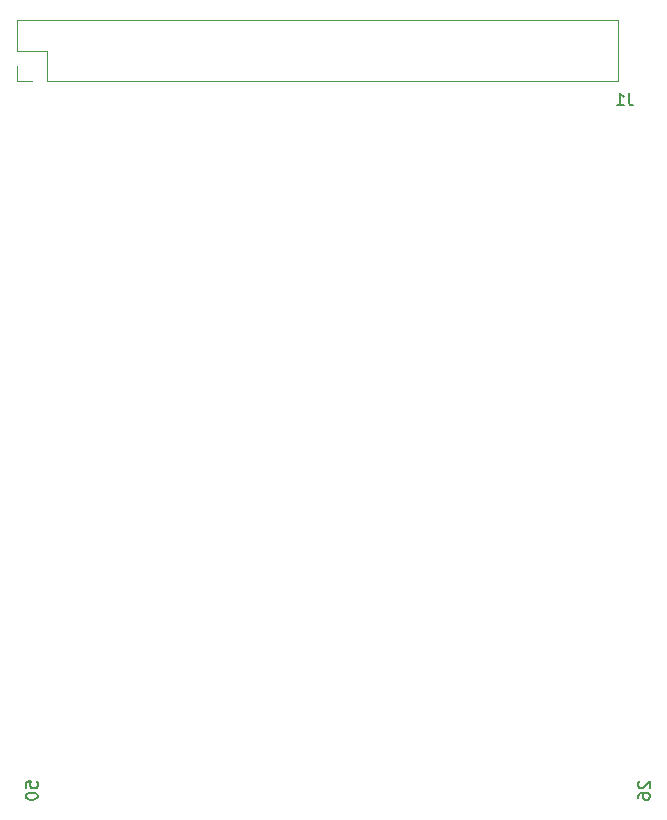
<source format=gbr>
G04 #@! TF.GenerationSoftware,KiCad,Pcbnew,(5.1.6)-1*
G04 #@! TF.CreationDate,2020-08-01T01:33:13+02:00*
G04 #@! TF.ProjectId,rascsi_din,72617363-7369-45f6-9469-6e2e6b696361,rev?*
G04 #@! TF.SameCoordinates,Original*
G04 #@! TF.FileFunction,Legend,Bot*
G04 #@! TF.FilePolarity,Positive*
%FSLAX46Y46*%
G04 Gerber Fmt 4.6, Leading zero omitted, Abs format (unit mm)*
G04 Created by KiCad (PCBNEW (5.1.6)-1) date 2020-08-01 01:33:13*
%MOMM*%
%LPD*%
G01*
G04 APERTURE LIST*
%ADD10C,0.120000*%
%ADD11C,0.152400*%
%ADD12C,0.150000*%
G04 APERTURE END LIST*
D10*
X184150000Y-48600000D02*
X232470000Y-48600000D01*
X232470000Y-48600000D02*
X232470000Y-43400000D01*
X232470000Y-43400000D02*
X181550000Y-43400000D01*
X181550000Y-43400000D02*
X181550000Y-46000000D01*
X181550000Y-46000000D02*
X184150000Y-46000000D01*
X184150000Y-46000000D02*
X184150000Y-48600000D01*
X182880000Y-48600000D02*
X181550000Y-48600000D01*
X181550000Y-48600000D02*
X181550000Y-47330000D01*
D11*
X182323619Y-108398095D02*
X182323619Y-107914285D01*
X182807428Y-107865904D01*
X182759047Y-107914285D01*
X182710666Y-108011047D01*
X182710666Y-108252952D01*
X182759047Y-108349714D01*
X182807428Y-108398095D01*
X182904190Y-108446476D01*
X183146095Y-108446476D01*
X183242857Y-108398095D01*
X183291238Y-108349714D01*
X183339619Y-108252952D01*
X183339619Y-108011047D01*
X183291238Y-107914285D01*
X183242857Y-107865904D01*
X182323619Y-109075428D02*
X182323619Y-109172190D01*
X182372000Y-109268952D01*
X182420380Y-109317333D01*
X182517142Y-109365714D01*
X182710666Y-109414095D01*
X182952571Y-109414095D01*
X183146095Y-109365714D01*
X183242857Y-109317333D01*
X183291238Y-109268952D01*
X183339619Y-109172190D01*
X183339619Y-109075428D01*
X183291238Y-108978666D01*
X183242857Y-108930285D01*
X183146095Y-108881904D01*
X182952571Y-108833523D01*
X182710666Y-108833523D01*
X182517142Y-108881904D01*
X182420380Y-108930285D01*
X182372000Y-108978666D01*
X182323619Y-109075428D01*
X234260380Y-107865904D02*
X234212000Y-107914285D01*
X234163619Y-108011047D01*
X234163619Y-108252952D01*
X234212000Y-108349714D01*
X234260380Y-108398095D01*
X234357142Y-108446476D01*
X234453904Y-108446476D01*
X234599047Y-108398095D01*
X235179619Y-107817523D01*
X235179619Y-108446476D01*
X234163619Y-109317333D02*
X234163619Y-109123809D01*
X234212000Y-109027047D01*
X234260380Y-108978666D01*
X234405523Y-108881904D01*
X234599047Y-108833523D01*
X234986095Y-108833523D01*
X235082857Y-108881904D01*
X235131238Y-108930285D01*
X235179619Y-109027047D01*
X235179619Y-109220571D01*
X235131238Y-109317333D01*
X235082857Y-109365714D01*
X234986095Y-109414095D01*
X234744190Y-109414095D01*
X234647428Y-109365714D01*
X234599047Y-109317333D01*
X234550666Y-109220571D01*
X234550666Y-109027047D01*
X234599047Y-108930285D01*
X234647428Y-108881904D01*
X234744190Y-108833523D01*
D12*
X233378333Y-49617380D02*
X233378333Y-50331666D01*
X233425952Y-50474523D01*
X233521190Y-50569761D01*
X233664047Y-50617380D01*
X233759285Y-50617380D01*
X232378333Y-50617380D02*
X232949761Y-50617380D01*
X232664047Y-50617380D02*
X232664047Y-49617380D01*
X232759285Y-49760238D01*
X232854523Y-49855476D01*
X232949761Y-49903095D01*
M02*

</source>
